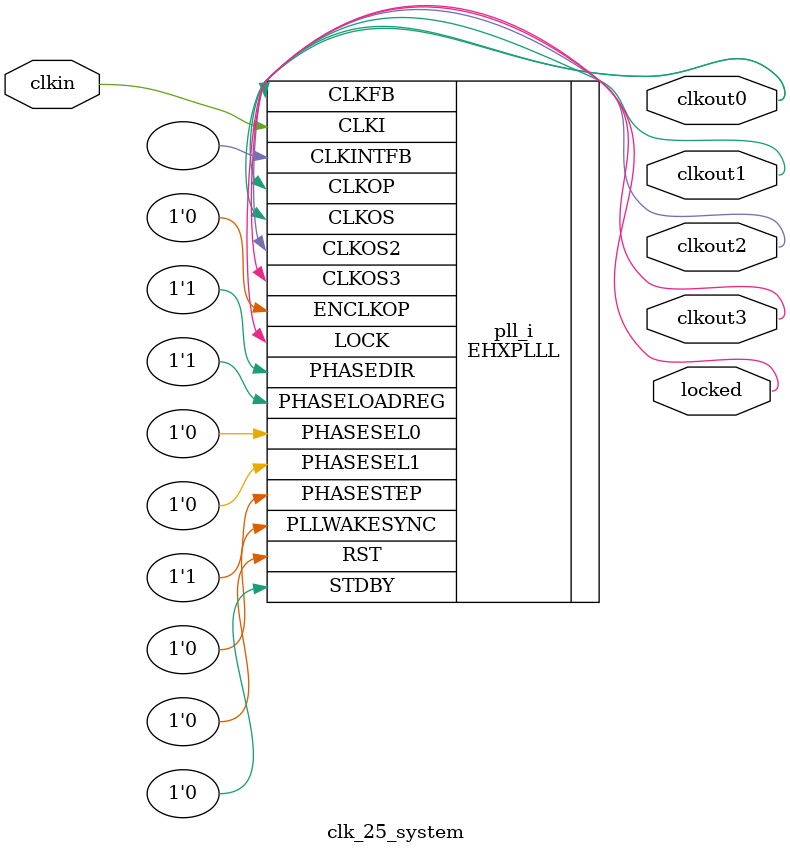
<source format=v>
module clk_25_system
(
    input clkin, // 25 MHz, 0 deg
    output clkout0, // 125 MHz, 0 deg
    output clkout1, // 52.0833 MHz, 0 deg
    output clkout2, // 25 MHz, 0 deg
    output clkout3, // 3.25521 MHz, 0 deg
    output locked
);
(* FREQUENCY_PIN_CLKI="25" *)
(* FREQUENCY_PIN_CLKOP="125" *)
(* FREQUENCY_PIN_CLKOS="52.0833" *)
(* FREQUENCY_PIN_CLKOS2="25" *)
(* FREQUENCY_PIN_CLKOS3="3.25521" *)
(* ICP_CURRENT="12" *) (* LPF_RESISTOR="8" *) (* MFG_ENABLE_FILTEROPAMP="1" *) (* MFG_GMCREF_SEL="2" *)
EHXPLLL #(
        .PLLRST_ENA("DISABLED"),
        .INTFB_WAKE("DISABLED"),
        .STDBY_ENABLE("DISABLED"),
        .DPHASE_SOURCE("DISABLED"),
        .OUTDIVIDER_MUXA("DIVA"),
        .OUTDIVIDER_MUXB("DIVB"),
        .OUTDIVIDER_MUXC("DIVC"),
        .OUTDIVIDER_MUXD("DIVD"),
        .CLKI_DIV(1),
        .CLKOP_ENABLE("ENABLED"),
        .CLKOP_DIV(5),
        .CLKOP_CPHASE(2),
        .CLKOP_FPHASE(0),
        .CLKOS_ENABLE("ENABLED"),
        .CLKOS_DIV(12),
        .CLKOS_CPHASE(2),
        .CLKOS_FPHASE(0),
        .CLKOS2_ENABLE("ENABLED"),
        .CLKOS2_DIV(25),
        .CLKOS2_CPHASE(2),
        .CLKOS2_FPHASE(0),
        .CLKOS3_ENABLE("ENABLED"),
        .CLKOS3_DIV(192),
        .CLKOS3_CPHASE(2),
        .CLKOS3_FPHASE(0),
        .FEEDBK_PATH("CLKOP"),
        .CLKFB_DIV(5)
    ) pll_i (
        .RST(1'b0),
        .STDBY(1'b0),
        .CLKI(clkin),
        .CLKOP(clkout0),
        .CLKOS(clkout1),
        .CLKOS2(clkout2),
        .CLKOS3(clkout3),
        .CLKFB(clkout0),
        .CLKINTFB(),
        .PHASESEL0(1'b0),
        .PHASESEL1(1'b0),
        .PHASEDIR(1'b1),
        .PHASESTEP(1'b1),
        .PHASELOADREG(1'b1),
        .PLLWAKESYNC(1'b0),
        .ENCLKOP(1'b0),
        .LOCK(locked)
	);
endmodule

</source>
